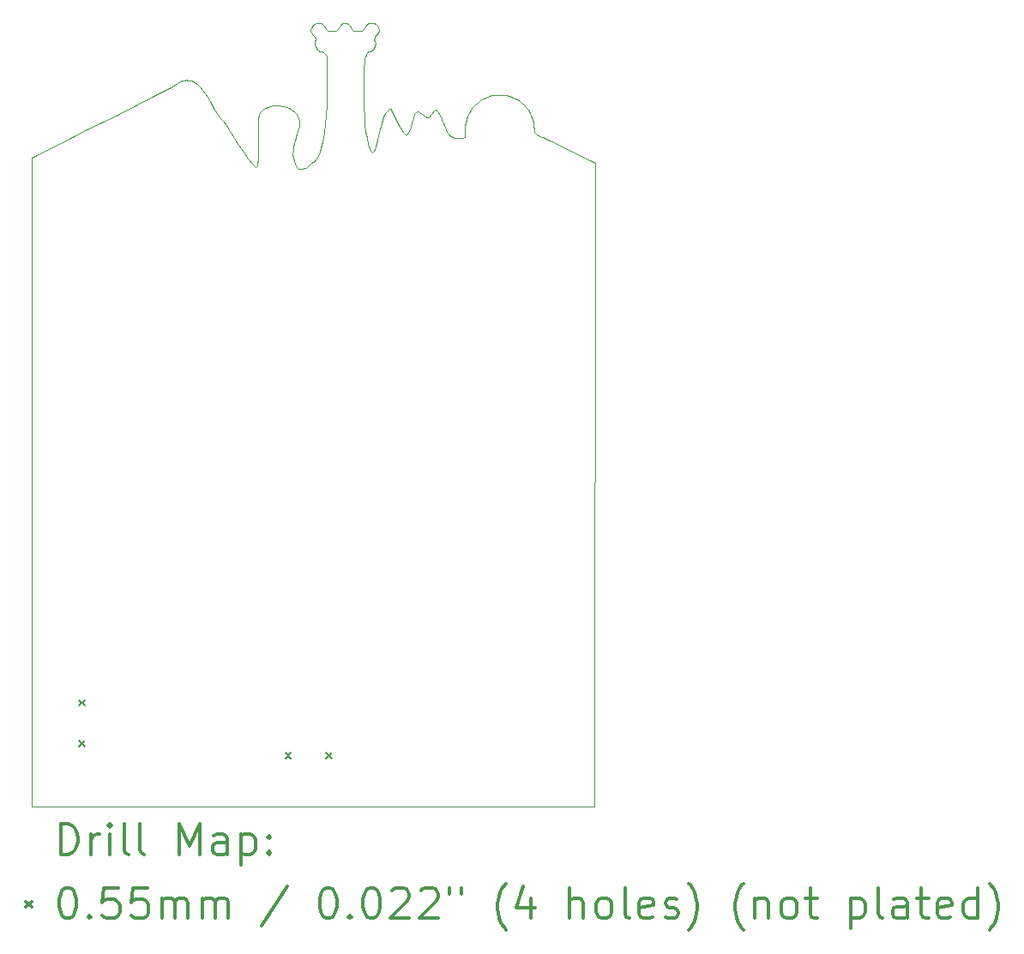
<source format=gbr>
%FSLAX45Y45*%
G04 Gerber Fmt 4.5, Leading zero omitted, Abs format (unit mm)*
G04 Created by KiCad (PCBNEW 5.1.8-5.1.8) date 2022-04-19 11:37:44*
%MOMM*%
%LPD*%
G01*
G04 APERTURE LIST*
%TA.AperFunction,Profile*%
%ADD10C,0.100000*%
%TD*%
%ADD11C,0.200000*%
%ADD12C,0.300000*%
G04 APERTURE END LIST*
D10*
X17149762Y-3460642D02*
X17182382Y-3452254D01*
X17589602Y-3750920D02*
X17591362Y-3785720D01*
X17550272Y-3623470D02*
X17564612Y-3653230D01*
X17513632Y-3569205D02*
X17533232Y-3595410D01*
X17491662Y-3545033D02*
X17513632Y-3569205D01*
X17088732Y-3486421D02*
X17118492Y-3472087D01*
X17285782Y-3447096D02*
X17319582Y-3452254D01*
X17060672Y-3503470D02*
X17088732Y-3486421D01*
X17591362Y-3785720D02*
X17591312Y-3794370D01*
X17441292Y-3503470D02*
X17467492Y-3523065D01*
X17564612Y-3653230D02*
X17576052Y-3684500D01*
X17383472Y-3472087D02*
X17413222Y-3486421D01*
X17352202Y-3460642D02*
X17383472Y-3472087D01*
X17216182Y-3447096D02*
X17250982Y-3445339D01*
X17584442Y-3717120D02*
X17589602Y-3750920D01*
X17576052Y-3684500D02*
X17584442Y-3717120D01*
X17319582Y-3452254D02*
X17352202Y-3460642D01*
X17118492Y-3472087D02*
X17149762Y-3460642D01*
X17533232Y-3595410D02*
X17550272Y-3623470D01*
X17250982Y-3445339D02*
X17285782Y-3447096D01*
X17467492Y-3523065D02*
X17491662Y-3545033D01*
X17413222Y-3486421D02*
X17441292Y-3503470D01*
X17182382Y-3452254D02*
X17216182Y-3447096D01*
X16426622Y-3613690D02*
X16432562Y-3607480D01*
X16372762Y-3762320D02*
X16386962Y-3718720D01*
X16400792Y-3675590D02*
X16414082Y-3638660D01*
X16267252Y-3758470D02*
X16291432Y-3799060D01*
X16312992Y-3827700D02*
X16322162Y-3835680D01*
X16358402Y-3800630D02*
X16372762Y-3762320D01*
X16420462Y-3624320D02*
X16426622Y-3613690D01*
X16351212Y-3816020D02*
X16358402Y-3800630D01*
X16148202Y-3598680D02*
X16157412Y-3592020D01*
X16329932Y-3838440D02*
X16336952Y-3835640D01*
X16302662Y-3815250D02*
X16312992Y-3827700D01*
X16177412Y-3585435D02*
X16184552Y-3596150D01*
X16242472Y-3711920D02*
X16267252Y-3758470D01*
X16199112Y-3624780D02*
X16242472Y-3711920D01*
X16167142Y-3587554D02*
X16177412Y-3585435D01*
X16386962Y-3718720D02*
X16400792Y-3675590D01*
X16344062Y-3827920D02*
X16351212Y-3816020D01*
X16157412Y-3592020D02*
X16167142Y-3587554D01*
X16414082Y-3638660D02*
X16420462Y-3624320D01*
X16184552Y-3596150D02*
X16199112Y-3624780D01*
X16336952Y-3835640D02*
X16344062Y-3827920D01*
X16291432Y-3799060D02*
X16302662Y-3815250D01*
X16322162Y-3835680D02*
X16329932Y-3838440D01*
X14225322Y-3312833D02*
X14240452Y-3320507D01*
X14552592Y-3741200D02*
X14592772Y-3804990D01*
X14320522Y-3396347D02*
X14344492Y-3430455D01*
X14268962Y-3340532D02*
X14295502Y-3366092D01*
X14592772Y-3804990D02*
X14675032Y-3937300D01*
X14138632Y-3302048D02*
X14157632Y-3300177D01*
X14254982Y-3329775D02*
X14268962Y-3340532D01*
X14344492Y-3430455D02*
X14367862Y-3467577D01*
X14767462Y-4074840D02*
X14807542Y-4125810D01*
X14391082Y-3506872D02*
X14438872Y-3588618D01*
X14721972Y-4009370D02*
X14767462Y-4074840D01*
X14193022Y-3302687D02*
X14209532Y-3306858D01*
X14157632Y-3300177D02*
X14175742Y-3300425D01*
X14491502Y-3668970D02*
X14520762Y-3706520D01*
X14464352Y-3629390D02*
X14491502Y-3668970D01*
X14675032Y-3937300D02*
X14721972Y-4009370D01*
X14438872Y-3588618D02*
X14464352Y-3629390D01*
X14520762Y-3706520D02*
X14552592Y-3741200D01*
X14209532Y-3306858D02*
X14225322Y-3312833D01*
X14295502Y-3366092D02*
X14320522Y-3396347D01*
X14367862Y-3467577D02*
X14391082Y-3506872D01*
X14240452Y-3320507D02*
X14254982Y-3329775D01*
X14175742Y-3300425D02*
X14193022Y-3302687D01*
X15544162Y-3545860D02*
X15547922Y-3452649D01*
X15393552Y-2784792D02*
X15401342Y-2770447D01*
X15441062Y-2983731D02*
X15433272Y-2969371D01*
X15429462Y-2875874D02*
X15423172Y-2864984D01*
X15433562Y-2899657D02*
X15432912Y-2886914D01*
X15548792Y-3096969D02*
X15547552Y-3055725D01*
X15538372Y-3640240D02*
X15544162Y-3545860D01*
X15505122Y-3903860D02*
X15519212Y-3821890D01*
X15426652Y-2936471D02*
X15431462Y-2915658D01*
X15511122Y-3021032D02*
X15494092Y-3019305D01*
X15550572Y-3206555D02*
X15548792Y-3096969D01*
X15693032Y-2746381D02*
X15708902Y-2736815D01*
X15678662Y-2759910D02*
X15693032Y-2746381D01*
X15411662Y-2757947D02*
X15424162Y-2747633D01*
X15666152Y-2775420D02*
X15678662Y-2759910D01*
X15531162Y-2775420D02*
X15549292Y-2804463D01*
X15428362Y-2953504D02*
X15426652Y-2936471D01*
X15432912Y-2886914D02*
X15429462Y-2875874D01*
X15648022Y-2804463D02*
X15666152Y-2775420D01*
X15438502Y-2739842D02*
X15454352Y-2734915D01*
X15641372Y-2817665D02*
X15648022Y-2804463D01*
X15555942Y-2817665D02*
X15641372Y-2817665D01*
X15549992Y-3363259D02*
X15550572Y-3206555D01*
X15463882Y-3006572D02*
X15451372Y-2996245D01*
X15494092Y-3019305D02*
X15478232Y-3014372D01*
X15504282Y-2746381D02*
X15518642Y-2759910D01*
X15530172Y-3733130D02*
X15538372Y-3640240D01*
X15471372Y-2733191D02*
X15480022Y-2734136D01*
X15423172Y-2864984D02*
X15414012Y-2852688D01*
X15519212Y-3821890D02*
X15530172Y-3733130D01*
X15549292Y-2804463D02*
X15555942Y-2817665D01*
X15518642Y-2759910D02*
X15531162Y-2775420D01*
X15480022Y-2734136D02*
X15488412Y-2736815D01*
X15488412Y-2736815D02*
X15504282Y-2746381D01*
X15424162Y-2747633D02*
X15438502Y-2739842D01*
X15547552Y-3055725D02*
X15511122Y-3021032D01*
X15388622Y-2800645D02*
X15393552Y-2784792D01*
X15451372Y-2996245D02*
X15441062Y-2983731D01*
X15386902Y-2817665D02*
X15388622Y-2800645D01*
X15401342Y-2770447D02*
X15411662Y-2757947D01*
X15414012Y-2852688D02*
X15386902Y-2817665D01*
X15431462Y-2915658D02*
X15433562Y-2899657D01*
X15547922Y-3452649D02*
X15549992Y-3363259D01*
X15433272Y-2969371D02*
X15428362Y-2953504D01*
X15454352Y-2734915D02*
X15471372Y-2733191D01*
X15478232Y-3014372D02*
X15463882Y-3006572D01*
X15994112Y-4011810D02*
X15999502Y-4010020D01*
X15969482Y-3976530D02*
X15978562Y-3995500D01*
X15940762Y-3871720D02*
X15953672Y-3929400D01*
X15930492Y-3805530D02*
X15940762Y-3871720D01*
X16028142Y-3955180D02*
X16045622Y-3888570D01*
X16109052Y-3659040D02*
X16123442Y-3630130D01*
X16045622Y-3888570D02*
X16063812Y-3810070D01*
X16139492Y-3607350D02*
X16148202Y-3598680D01*
X16009652Y-3999490D02*
X16019122Y-3980770D01*
X15961192Y-3954410D02*
X15969482Y-3976530D01*
X15953672Y-3929400D02*
X15961192Y-3954410D01*
X15922582Y-3732880D02*
X15930492Y-3805530D01*
X15912812Y-3576401D02*
X15916782Y-3655830D01*
X15988472Y-4011070D02*
X15994112Y-4011810D01*
X16096102Y-3692790D02*
X16109052Y-3659040D01*
X16004682Y-4005860D02*
X16009652Y-3999490D01*
X15978562Y-3995500D02*
X15988472Y-4011070D01*
X16019122Y-3980770D02*
X16028142Y-3955180D01*
X16063812Y-3810070D02*
X16084382Y-3730080D01*
X15999502Y-4010020D02*
X16004682Y-4005860D01*
X16084382Y-3730080D02*
X16096102Y-3692790D01*
X15916782Y-3655830D02*
X15922582Y-3732880D01*
X16123442Y-3630130D02*
X16139492Y-3607350D01*
X16633042Y-3601460D02*
X16645992Y-3617310D01*
X16487322Y-3636420D02*
X16510512Y-3654750D01*
X16626532Y-3596520D02*
X16633042Y-3601460D01*
X16614092Y-3595910D02*
X16620222Y-3594810D01*
X16573362Y-3646080D02*
X16584912Y-3628460D01*
X16620222Y-3594810D02*
X16626532Y-3596520D01*
X16522802Y-3663000D02*
X16535942Y-3669960D01*
X16584912Y-3628460D02*
X16596402Y-3611750D01*
X16555402Y-3666680D02*
X16561522Y-3661160D01*
X16510512Y-3654750D02*
X16522802Y-3663000D01*
X16451582Y-3611830D02*
X16464012Y-3618970D01*
X16549132Y-3670270D02*
X16555402Y-3666680D01*
X16438232Y-3606420D02*
X16451582Y-3611830D01*
X16535942Y-3669960D02*
X16542652Y-3671510D01*
X16464012Y-3618970D02*
X16487322Y-3636420D01*
X16596402Y-3611750D02*
X16608092Y-3599390D01*
X16561522Y-3661160D02*
X16573362Y-3646080D01*
X16670222Y-3660650D02*
X16681612Y-3686160D01*
X16658372Y-3637370D02*
X16670222Y-3660650D01*
X16432562Y-3607480D02*
X16438232Y-3606420D01*
X16608092Y-3599390D02*
X16614092Y-3595910D01*
X16645992Y-3617310D02*
X16658372Y-3637370D01*
X16542652Y-3671510D02*
X16549132Y-3670270D01*
X15258792Y-3650680D02*
X15269272Y-3674140D01*
X15477332Y-4008280D02*
X15487542Y-3976390D01*
X15212382Y-3993740D02*
X15211792Y-4029050D01*
X15009212Y-3552727D02*
X15032902Y-3550081D01*
X15339632Y-4164800D02*
X15353142Y-4156360D01*
X15311342Y-4176840D02*
X15325622Y-4171840D01*
X15269272Y-4173510D02*
X15282932Y-4178300D01*
X15487542Y-3976390D02*
X15496792Y-3941470D01*
X15453832Y-4061670D02*
X15466112Y-4036820D01*
X15080652Y-3551060D02*
X15104242Y-3554541D01*
X15227152Y-3612770D02*
X15242332Y-3628030D01*
X15440462Y-4082500D02*
X15453832Y-4061670D01*
X15397342Y-4120890D02*
X15410242Y-4110780D01*
X15272602Y-3749720D02*
X15266942Y-3776720D01*
X15215342Y-4065510D02*
X15223802Y-4103150D01*
X15210062Y-3598980D02*
X15227152Y-3612770D01*
X15377682Y-4137730D02*
X15397342Y-4120890D01*
X15325622Y-4171840D02*
X15339632Y-4164800D01*
X15297032Y-4179200D02*
X15311342Y-4176840D01*
X15233322Y-4129660D02*
X15244232Y-4149810D01*
X15216332Y-3959560D02*
X15212382Y-3993740D01*
X15211792Y-4029050D02*
X15215342Y-4065510D01*
X15104242Y-3554541D02*
X15127342Y-3559921D01*
X15231182Y-3894480D02*
X15222852Y-3926480D01*
X15250132Y-3833600D02*
X15231182Y-3894480D01*
X15149712Y-3567126D02*
X15171112Y-3576087D01*
X15171112Y-3576087D02*
X15191302Y-3586729D01*
X15274542Y-3698450D02*
X15275392Y-3723640D01*
X15353142Y-4156360D02*
X15377682Y-4137730D01*
X15127342Y-3559921D02*
X15149712Y-3567126D01*
X15191302Y-3586729D02*
X15210062Y-3598980D01*
X15256292Y-4164220D02*
X15269272Y-4173510D01*
X15032902Y-3550081D02*
X15056792Y-3549550D01*
X15244232Y-4149810D02*
X15256292Y-4164220D01*
X15266942Y-3776720D02*
X15250132Y-3833600D01*
X15242332Y-3628030D02*
X15258792Y-3650680D01*
X15496792Y-3941470D02*
X15505122Y-3903860D01*
X15425942Y-4098980D02*
X15440462Y-4082500D01*
X15410242Y-4110780D02*
X15425942Y-4098980D01*
X15275392Y-3723640D02*
X15272602Y-3749720D01*
X15056792Y-3549550D02*
X15080652Y-3551060D01*
X15282932Y-4178300D02*
X15297032Y-4179200D01*
X15223802Y-4103150D02*
X15233322Y-4129660D01*
X15466112Y-4036820D02*
X15477332Y-4008280D01*
X15222852Y-3926480D02*
X15216332Y-3959560D01*
X15269272Y-3674140D02*
X15274542Y-3698450D01*
X14868752Y-3719920D02*
X14873142Y-3679000D01*
X14866262Y-3765630D02*
X14868752Y-3719920D01*
X14865242Y-3814650D02*
X14866262Y-3765630D01*
X14861852Y-4123400D02*
X14865022Y-4093530D01*
X14824292Y-4143380D02*
X14838202Y-4154360D01*
X14866902Y-4013520D02*
X14865792Y-3916540D01*
X14853102Y-4151290D02*
X14856632Y-4144500D01*
X14865022Y-4093530D02*
X14866902Y-4013520D01*
X14963412Y-3564648D02*
X14985972Y-3557559D01*
X14902112Y-3600190D02*
X14921242Y-3585890D01*
X14843942Y-4156410D02*
X14848892Y-4155320D01*
X14856632Y-4144500D02*
X14861852Y-4123400D01*
X14985972Y-3557559D02*
X15009212Y-3552727D01*
X14941752Y-3574068D02*
X14963412Y-3564648D01*
X14848892Y-4155320D02*
X14853102Y-4151290D01*
X14895312Y-3607650D02*
X14902112Y-3600190D01*
X14865792Y-3916540D02*
X14865242Y-3814650D01*
X14921242Y-3585890D02*
X14941752Y-3574068D01*
X14889382Y-3617630D02*
X14895312Y-3607650D01*
X14879872Y-3644410D02*
X14889382Y-3617630D01*
X14838202Y-4154360D02*
X14843942Y-4156410D01*
X14873142Y-3679000D02*
X14879872Y-3644410D01*
X14807542Y-4125810D02*
X14824292Y-4143380D01*
X15997442Y-2734900D02*
X16013302Y-2739817D01*
X15971772Y-2734144D02*
X15980402Y-2733191D01*
X16022902Y-2871018D02*
X16017172Y-2883391D01*
X16027662Y-2747602D02*
X16040182Y-2757916D01*
X15895932Y-2817665D02*
X15902572Y-2804470D01*
X15734572Y-2734144D02*
X15742952Y-2736828D01*
X15773162Y-2759931D02*
X15785662Y-2775438D01*
X16040182Y-2757916D02*
X16050502Y-2770419D01*
X16064962Y-2817665D02*
X16053312Y-2833866D01*
X16063242Y-2800633D02*
X16064962Y-2817665D01*
X16058302Y-2784771D02*
X16063242Y-2800633D01*
X15725932Y-2733191D02*
X15734572Y-2734144D01*
X15902572Y-2804470D02*
X15920682Y-2775438D01*
X15708902Y-2736815D02*
X15717292Y-2734136D01*
X15810412Y-2817665D02*
X15895932Y-2817665D01*
X16013302Y-2739817D02*
X16027662Y-2747602D01*
X16017462Y-2914976D02*
X16025222Y-2936471D01*
X16053312Y-2833866D02*
X16041842Y-2847397D01*
X15963382Y-2736828D02*
X15971772Y-2734144D01*
X15914992Y-3092469D02*
X15914992Y-3092469D01*
X15940742Y-3021032D02*
X15914992Y-3092469D01*
X16017172Y-2883391D02*
X16015072Y-2897664D01*
X15920682Y-2775438D02*
X15933182Y-2759931D01*
X15957782Y-3019305D02*
X15940742Y-3021032D01*
X15973642Y-3014372D02*
X15957782Y-3019305D01*
X16031412Y-2859400D02*
X16022902Y-2871018D01*
X15742952Y-2736828D02*
X15758812Y-2746401D01*
X15785662Y-2775438D02*
X15803772Y-2804470D01*
X15980402Y-2733191D02*
X15997442Y-2734900D01*
X15987992Y-3006572D02*
X15973642Y-3014372D01*
X16000492Y-2996245D02*
X15987992Y-3006572D01*
X15758812Y-2746401D02*
X15773162Y-2759931D01*
X15803772Y-2804470D02*
X15810412Y-2817665D01*
X16041842Y-2847397D02*
X16031412Y-2859400D01*
X16010812Y-2983731D02*
X16000492Y-2996245D01*
X15717292Y-2734136D02*
X15725932Y-2733191D01*
X15933182Y-2759931D02*
X15947532Y-2746401D01*
X16018592Y-2969371D02*
X16010812Y-2983731D01*
X16015072Y-2897664D02*
X16017462Y-2914976D01*
X15947532Y-2746401D02*
X15963382Y-2736828D01*
X16023512Y-2953504D02*
X16018592Y-2969371D01*
X16025222Y-2936471D02*
X16023512Y-2953504D01*
X16050502Y-2770419D02*
X16058302Y-2784771D01*
X13176189Y-3789480D02*
X13483074Y-3639040D01*
X17678692Y-3864090D02*
X18193112Y-4121300D01*
X13044710Y-3852740D02*
X13176189Y-3789480D01*
X18193112Y-4121300D02*
X18187952Y-10477500D01*
X17592272Y-3803500D02*
X17594792Y-3814360D01*
X17678692Y-3864090D02*
X17678692Y-3864090D01*
X13985002Y-3378949D02*
X14047172Y-3343414D01*
X12636500Y-4069140D02*
X13044710Y-3852740D01*
X13834032Y-3460404D02*
X13985002Y-3378949D01*
X18187952Y-10477500D02*
X12636500Y-10477500D01*
X17591312Y-3794370D02*
X17592272Y-3803500D01*
X14097732Y-3312569D02*
X14118682Y-3306144D01*
X13483074Y-3639040D02*
X13661252Y-3549558D01*
X17666732Y-3860000D02*
X17678692Y-3864090D01*
X17611342Y-3833160D02*
X17624922Y-3841580D01*
X17600742Y-3824000D02*
X17611342Y-3833160D01*
X17594792Y-3814360D02*
X17600742Y-3824000D01*
X14118682Y-3306144D02*
X14138632Y-3302048D01*
X14047172Y-3343414D02*
X14097732Y-3312569D01*
X13661252Y-3549558D02*
X13834032Y-3460404D01*
X17624922Y-3841580D02*
X17639802Y-3849030D01*
X17639802Y-3849030D02*
X17666732Y-3860000D01*
X12636500Y-10477500D02*
X12636500Y-4069140D01*
X16951682Y-3623470D02*
X16968732Y-3595410D01*
X16917512Y-3717120D02*
X16925902Y-3684500D01*
X16790142Y-3864870D02*
X16805462Y-3870610D01*
X16886042Y-3870770D02*
X16907072Y-3864090D01*
X16734412Y-3812710D02*
X16746912Y-3830840D01*
X16760572Y-3845340D02*
X16775082Y-3856570D01*
X16968732Y-3595410D02*
X16988332Y-3569205D01*
X17010292Y-3545033D02*
X17034472Y-3523065D01*
X16988332Y-3569205D02*
X17010292Y-3545033D01*
X16746912Y-3830840D02*
X16760572Y-3845340D01*
X16681612Y-3686160D02*
X16723352Y-3790600D01*
X16937352Y-3653230D02*
X16951682Y-3623470D01*
X16925902Y-3684500D02*
X16937352Y-3653230D01*
X16775082Y-3856570D02*
X16790142Y-3864870D01*
X16835682Y-3875780D02*
X16863332Y-3874890D01*
X17034472Y-3523065D02*
X17060672Y-3503470D01*
X16912362Y-3750920D02*
X16917512Y-3717120D01*
X16907072Y-3864090D02*
X16910602Y-3785720D01*
X16910602Y-3785720D02*
X16912362Y-3750920D01*
X16805462Y-3870610D02*
X16820742Y-3874120D01*
X16820742Y-3874120D02*
X16835682Y-3875780D01*
X16863332Y-3874890D02*
X16886042Y-3870770D01*
X16723352Y-3790600D02*
X16734412Y-3812710D01*
X15910392Y-3496651D02*
X15912812Y-3576401D01*
X15909172Y-3344365D02*
X15910392Y-3496651D01*
X15910972Y-3215331D02*
X15909172Y-3344365D01*
X15914992Y-3092469D02*
X15910972Y-3215331D01*
D11*
X15139500Y-9946400D02*
X15194500Y-10001400D01*
X15194500Y-9946400D02*
X15139500Y-10001400D01*
X15539500Y-9946400D02*
X15594500Y-10001400D01*
X15594500Y-9946400D02*
X15539500Y-10001400D01*
X13099900Y-9424500D02*
X13154900Y-9479500D01*
X13154900Y-9424500D02*
X13099900Y-9479500D01*
X13099900Y-9824500D02*
X13154900Y-9879500D01*
X13154900Y-9824500D02*
X13099900Y-9879500D01*
D12*
X12917928Y-10948214D02*
X12917928Y-10648214D01*
X12989357Y-10648214D01*
X13032214Y-10662500D01*
X13060786Y-10691072D01*
X13075071Y-10719643D01*
X13089357Y-10776786D01*
X13089357Y-10819643D01*
X13075071Y-10876786D01*
X13060786Y-10905357D01*
X13032214Y-10933929D01*
X12989357Y-10948214D01*
X12917928Y-10948214D01*
X13217928Y-10948214D02*
X13217928Y-10748214D01*
X13217928Y-10805357D02*
X13232214Y-10776786D01*
X13246500Y-10762500D01*
X13275071Y-10748214D01*
X13303643Y-10748214D01*
X13403643Y-10948214D02*
X13403643Y-10748214D01*
X13403643Y-10648214D02*
X13389357Y-10662500D01*
X13403643Y-10676786D01*
X13417928Y-10662500D01*
X13403643Y-10648214D01*
X13403643Y-10676786D01*
X13589357Y-10948214D02*
X13560786Y-10933929D01*
X13546500Y-10905357D01*
X13546500Y-10648214D01*
X13746500Y-10948214D02*
X13717928Y-10933929D01*
X13703643Y-10905357D01*
X13703643Y-10648214D01*
X14089357Y-10948214D02*
X14089357Y-10648214D01*
X14189357Y-10862500D01*
X14289357Y-10648214D01*
X14289357Y-10948214D01*
X14560786Y-10948214D02*
X14560786Y-10791072D01*
X14546500Y-10762500D01*
X14517928Y-10748214D01*
X14460786Y-10748214D01*
X14432214Y-10762500D01*
X14560786Y-10933929D02*
X14532214Y-10948214D01*
X14460786Y-10948214D01*
X14432214Y-10933929D01*
X14417928Y-10905357D01*
X14417928Y-10876786D01*
X14432214Y-10848214D01*
X14460786Y-10833929D01*
X14532214Y-10833929D01*
X14560786Y-10819643D01*
X14703643Y-10748214D02*
X14703643Y-11048214D01*
X14703643Y-10762500D02*
X14732214Y-10748214D01*
X14789357Y-10748214D01*
X14817928Y-10762500D01*
X14832214Y-10776786D01*
X14846500Y-10805357D01*
X14846500Y-10891072D01*
X14832214Y-10919643D01*
X14817928Y-10933929D01*
X14789357Y-10948214D01*
X14732214Y-10948214D01*
X14703643Y-10933929D01*
X14975071Y-10919643D02*
X14989357Y-10933929D01*
X14975071Y-10948214D01*
X14960786Y-10933929D01*
X14975071Y-10919643D01*
X14975071Y-10948214D01*
X14975071Y-10762500D02*
X14989357Y-10776786D01*
X14975071Y-10791072D01*
X14960786Y-10776786D01*
X14975071Y-10762500D01*
X14975071Y-10791072D01*
X12576500Y-11415000D02*
X12631500Y-11470000D01*
X12631500Y-11415000D02*
X12576500Y-11470000D01*
X12975071Y-11278214D02*
X13003643Y-11278214D01*
X13032214Y-11292500D01*
X13046500Y-11306786D01*
X13060786Y-11335357D01*
X13075071Y-11392500D01*
X13075071Y-11463929D01*
X13060786Y-11521071D01*
X13046500Y-11549643D01*
X13032214Y-11563929D01*
X13003643Y-11578214D01*
X12975071Y-11578214D01*
X12946500Y-11563929D01*
X12932214Y-11549643D01*
X12917928Y-11521071D01*
X12903643Y-11463929D01*
X12903643Y-11392500D01*
X12917928Y-11335357D01*
X12932214Y-11306786D01*
X12946500Y-11292500D01*
X12975071Y-11278214D01*
X13203643Y-11549643D02*
X13217928Y-11563929D01*
X13203643Y-11578214D01*
X13189357Y-11563929D01*
X13203643Y-11549643D01*
X13203643Y-11578214D01*
X13489357Y-11278214D02*
X13346500Y-11278214D01*
X13332214Y-11421071D01*
X13346500Y-11406786D01*
X13375071Y-11392500D01*
X13446500Y-11392500D01*
X13475071Y-11406786D01*
X13489357Y-11421071D01*
X13503643Y-11449643D01*
X13503643Y-11521071D01*
X13489357Y-11549643D01*
X13475071Y-11563929D01*
X13446500Y-11578214D01*
X13375071Y-11578214D01*
X13346500Y-11563929D01*
X13332214Y-11549643D01*
X13775071Y-11278214D02*
X13632214Y-11278214D01*
X13617928Y-11421071D01*
X13632214Y-11406786D01*
X13660786Y-11392500D01*
X13732214Y-11392500D01*
X13760786Y-11406786D01*
X13775071Y-11421071D01*
X13789357Y-11449643D01*
X13789357Y-11521071D01*
X13775071Y-11549643D01*
X13760786Y-11563929D01*
X13732214Y-11578214D01*
X13660786Y-11578214D01*
X13632214Y-11563929D01*
X13617928Y-11549643D01*
X13917928Y-11578214D02*
X13917928Y-11378214D01*
X13917928Y-11406786D02*
X13932214Y-11392500D01*
X13960786Y-11378214D01*
X14003643Y-11378214D01*
X14032214Y-11392500D01*
X14046500Y-11421071D01*
X14046500Y-11578214D01*
X14046500Y-11421071D02*
X14060786Y-11392500D01*
X14089357Y-11378214D01*
X14132214Y-11378214D01*
X14160786Y-11392500D01*
X14175071Y-11421071D01*
X14175071Y-11578214D01*
X14317928Y-11578214D02*
X14317928Y-11378214D01*
X14317928Y-11406786D02*
X14332214Y-11392500D01*
X14360786Y-11378214D01*
X14403643Y-11378214D01*
X14432214Y-11392500D01*
X14446500Y-11421071D01*
X14446500Y-11578214D01*
X14446500Y-11421071D02*
X14460786Y-11392500D01*
X14489357Y-11378214D01*
X14532214Y-11378214D01*
X14560786Y-11392500D01*
X14575071Y-11421071D01*
X14575071Y-11578214D01*
X15160786Y-11263929D02*
X14903643Y-11649643D01*
X15546500Y-11278214D02*
X15575071Y-11278214D01*
X15603643Y-11292500D01*
X15617928Y-11306786D01*
X15632214Y-11335357D01*
X15646500Y-11392500D01*
X15646500Y-11463929D01*
X15632214Y-11521071D01*
X15617928Y-11549643D01*
X15603643Y-11563929D01*
X15575071Y-11578214D01*
X15546500Y-11578214D01*
X15517928Y-11563929D01*
X15503643Y-11549643D01*
X15489357Y-11521071D01*
X15475071Y-11463929D01*
X15475071Y-11392500D01*
X15489357Y-11335357D01*
X15503643Y-11306786D01*
X15517928Y-11292500D01*
X15546500Y-11278214D01*
X15775071Y-11549643D02*
X15789357Y-11563929D01*
X15775071Y-11578214D01*
X15760786Y-11563929D01*
X15775071Y-11549643D01*
X15775071Y-11578214D01*
X15975071Y-11278214D02*
X16003643Y-11278214D01*
X16032214Y-11292500D01*
X16046500Y-11306786D01*
X16060786Y-11335357D01*
X16075071Y-11392500D01*
X16075071Y-11463929D01*
X16060786Y-11521071D01*
X16046500Y-11549643D01*
X16032214Y-11563929D01*
X16003643Y-11578214D01*
X15975071Y-11578214D01*
X15946500Y-11563929D01*
X15932214Y-11549643D01*
X15917928Y-11521071D01*
X15903643Y-11463929D01*
X15903643Y-11392500D01*
X15917928Y-11335357D01*
X15932214Y-11306786D01*
X15946500Y-11292500D01*
X15975071Y-11278214D01*
X16189357Y-11306786D02*
X16203643Y-11292500D01*
X16232214Y-11278214D01*
X16303643Y-11278214D01*
X16332214Y-11292500D01*
X16346500Y-11306786D01*
X16360786Y-11335357D01*
X16360786Y-11363929D01*
X16346500Y-11406786D01*
X16175071Y-11578214D01*
X16360786Y-11578214D01*
X16475071Y-11306786D02*
X16489357Y-11292500D01*
X16517928Y-11278214D01*
X16589357Y-11278214D01*
X16617928Y-11292500D01*
X16632214Y-11306786D01*
X16646500Y-11335357D01*
X16646500Y-11363929D01*
X16632214Y-11406786D01*
X16460786Y-11578214D01*
X16646500Y-11578214D01*
X16760786Y-11278214D02*
X16760786Y-11335357D01*
X16875071Y-11278214D02*
X16875071Y-11335357D01*
X17317928Y-11692500D02*
X17303643Y-11678214D01*
X17275071Y-11635357D01*
X17260786Y-11606786D01*
X17246500Y-11563929D01*
X17232214Y-11492500D01*
X17232214Y-11435357D01*
X17246500Y-11363929D01*
X17260786Y-11321071D01*
X17275071Y-11292500D01*
X17303643Y-11249643D01*
X17317928Y-11235357D01*
X17560786Y-11378214D02*
X17560786Y-11578214D01*
X17489357Y-11263929D02*
X17417928Y-11478214D01*
X17603643Y-11478214D01*
X17946500Y-11578214D02*
X17946500Y-11278214D01*
X18075071Y-11578214D02*
X18075071Y-11421071D01*
X18060786Y-11392500D01*
X18032214Y-11378214D01*
X17989357Y-11378214D01*
X17960786Y-11392500D01*
X17946500Y-11406786D01*
X18260786Y-11578214D02*
X18232214Y-11563929D01*
X18217928Y-11549643D01*
X18203643Y-11521071D01*
X18203643Y-11435357D01*
X18217928Y-11406786D01*
X18232214Y-11392500D01*
X18260786Y-11378214D01*
X18303643Y-11378214D01*
X18332214Y-11392500D01*
X18346500Y-11406786D01*
X18360786Y-11435357D01*
X18360786Y-11521071D01*
X18346500Y-11549643D01*
X18332214Y-11563929D01*
X18303643Y-11578214D01*
X18260786Y-11578214D01*
X18532214Y-11578214D02*
X18503643Y-11563929D01*
X18489357Y-11535357D01*
X18489357Y-11278214D01*
X18760786Y-11563929D02*
X18732214Y-11578214D01*
X18675071Y-11578214D01*
X18646500Y-11563929D01*
X18632214Y-11535357D01*
X18632214Y-11421071D01*
X18646500Y-11392500D01*
X18675071Y-11378214D01*
X18732214Y-11378214D01*
X18760786Y-11392500D01*
X18775071Y-11421071D01*
X18775071Y-11449643D01*
X18632214Y-11478214D01*
X18889357Y-11563929D02*
X18917928Y-11578214D01*
X18975071Y-11578214D01*
X19003643Y-11563929D01*
X19017928Y-11535357D01*
X19017928Y-11521071D01*
X19003643Y-11492500D01*
X18975071Y-11478214D01*
X18932214Y-11478214D01*
X18903643Y-11463929D01*
X18889357Y-11435357D01*
X18889357Y-11421071D01*
X18903643Y-11392500D01*
X18932214Y-11378214D01*
X18975071Y-11378214D01*
X19003643Y-11392500D01*
X19117928Y-11692500D02*
X19132214Y-11678214D01*
X19160786Y-11635357D01*
X19175071Y-11606786D01*
X19189357Y-11563929D01*
X19203643Y-11492500D01*
X19203643Y-11435357D01*
X19189357Y-11363929D01*
X19175071Y-11321071D01*
X19160786Y-11292500D01*
X19132214Y-11249643D01*
X19117928Y-11235357D01*
X19660786Y-11692500D02*
X19646500Y-11678214D01*
X19617928Y-11635357D01*
X19603643Y-11606786D01*
X19589357Y-11563929D01*
X19575071Y-11492500D01*
X19575071Y-11435357D01*
X19589357Y-11363929D01*
X19603643Y-11321071D01*
X19617928Y-11292500D01*
X19646500Y-11249643D01*
X19660786Y-11235357D01*
X19775071Y-11378214D02*
X19775071Y-11578214D01*
X19775071Y-11406786D02*
X19789357Y-11392500D01*
X19817928Y-11378214D01*
X19860786Y-11378214D01*
X19889357Y-11392500D01*
X19903643Y-11421071D01*
X19903643Y-11578214D01*
X20089357Y-11578214D02*
X20060786Y-11563929D01*
X20046500Y-11549643D01*
X20032214Y-11521071D01*
X20032214Y-11435357D01*
X20046500Y-11406786D01*
X20060786Y-11392500D01*
X20089357Y-11378214D01*
X20132214Y-11378214D01*
X20160786Y-11392500D01*
X20175071Y-11406786D01*
X20189357Y-11435357D01*
X20189357Y-11521071D01*
X20175071Y-11549643D01*
X20160786Y-11563929D01*
X20132214Y-11578214D01*
X20089357Y-11578214D01*
X20275071Y-11378214D02*
X20389357Y-11378214D01*
X20317928Y-11278214D02*
X20317928Y-11535357D01*
X20332214Y-11563929D01*
X20360786Y-11578214D01*
X20389357Y-11578214D01*
X20717928Y-11378214D02*
X20717928Y-11678214D01*
X20717928Y-11392500D02*
X20746500Y-11378214D01*
X20803643Y-11378214D01*
X20832214Y-11392500D01*
X20846500Y-11406786D01*
X20860786Y-11435357D01*
X20860786Y-11521071D01*
X20846500Y-11549643D01*
X20832214Y-11563929D01*
X20803643Y-11578214D01*
X20746500Y-11578214D01*
X20717928Y-11563929D01*
X21032214Y-11578214D02*
X21003643Y-11563929D01*
X20989357Y-11535357D01*
X20989357Y-11278214D01*
X21275071Y-11578214D02*
X21275071Y-11421071D01*
X21260786Y-11392500D01*
X21232214Y-11378214D01*
X21175071Y-11378214D01*
X21146500Y-11392500D01*
X21275071Y-11563929D02*
X21246500Y-11578214D01*
X21175071Y-11578214D01*
X21146500Y-11563929D01*
X21132214Y-11535357D01*
X21132214Y-11506786D01*
X21146500Y-11478214D01*
X21175071Y-11463929D01*
X21246500Y-11463929D01*
X21275071Y-11449643D01*
X21375071Y-11378214D02*
X21489357Y-11378214D01*
X21417928Y-11278214D02*
X21417928Y-11535357D01*
X21432214Y-11563929D01*
X21460786Y-11578214D01*
X21489357Y-11578214D01*
X21703643Y-11563929D02*
X21675071Y-11578214D01*
X21617928Y-11578214D01*
X21589357Y-11563929D01*
X21575071Y-11535357D01*
X21575071Y-11421071D01*
X21589357Y-11392500D01*
X21617928Y-11378214D01*
X21675071Y-11378214D01*
X21703643Y-11392500D01*
X21717928Y-11421071D01*
X21717928Y-11449643D01*
X21575071Y-11478214D01*
X21975071Y-11578214D02*
X21975071Y-11278214D01*
X21975071Y-11563929D02*
X21946500Y-11578214D01*
X21889357Y-11578214D01*
X21860786Y-11563929D01*
X21846500Y-11549643D01*
X21832214Y-11521071D01*
X21832214Y-11435357D01*
X21846500Y-11406786D01*
X21860786Y-11392500D01*
X21889357Y-11378214D01*
X21946500Y-11378214D01*
X21975071Y-11392500D01*
X22089357Y-11692500D02*
X22103643Y-11678214D01*
X22132214Y-11635357D01*
X22146500Y-11606786D01*
X22160786Y-11563929D01*
X22175071Y-11492500D01*
X22175071Y-11435357D01*
X22160786Y-11363929D01*
X22146500Y-11321071D01*
X22132214Y-11292500D01*
X22103643Y-11249643D01*
X22089357Y-11235357D01*
M02*

</source>
